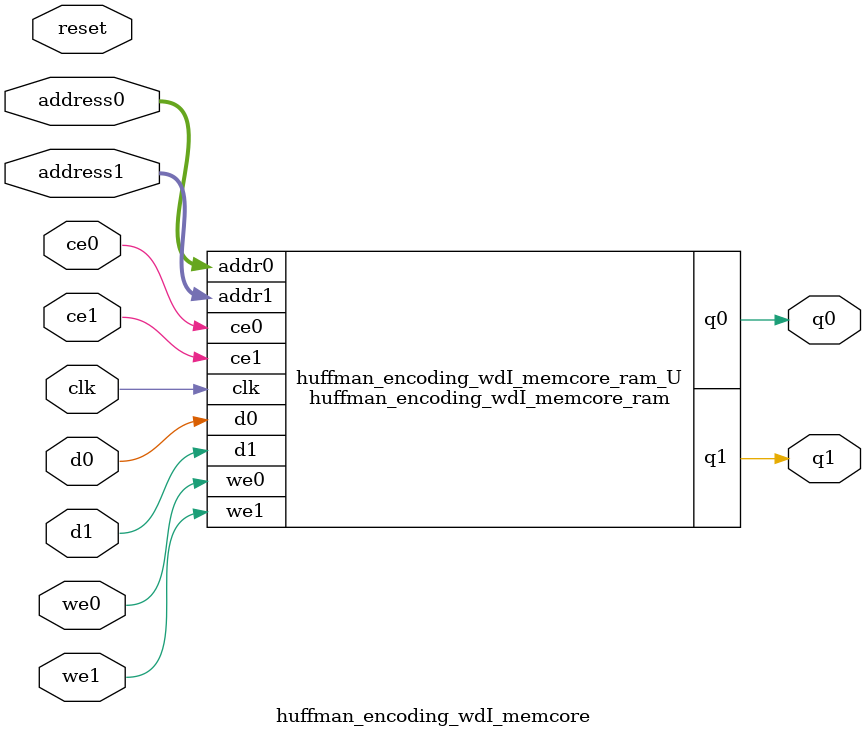
<source format=v>
`timescale 1 ns / 1 ps
module huffman_encoding_wdI_memcore_ram (addr0, ce0, d0, we0, q0, addr1, ce1, d1, we1, q1,  clk);

parameter DWIDTH = 1;
parameter AWIDTH = 9;
parameter MEM_SIZE = 512;

input[AWIDTH-1:0] addr0;
input ce0;
input[DWIDTH-1:0] d0;
input we0;
output reg[DWIDTH-1:0] q0;
input[AWIDTH-1:0] addr1;
input ce1;
input[DWIDTH-1:0] d1;
input we1;
output reg[DWIDTH-1:0] q1;
input clk;

(* ram_style = "distributed" *)reg [DWIDTH-1:0] ram[0:MEM_SIZE-1];




always @(posedge clk)  
begin 
    if (ce0) begin
        if (we0) 
            ram[addr0] <= d0; 
        q0 <= ram[addr0];
    end
end


always @(posedge clk)  
begin 
    if (ce1) begin
        if (we1) 
            ram[addr1] <= d1; 
        q1 <= ram[addr1];
    end
end


endmodule

`timescale 1 ns / 1 ps
module huffman_encoding_wdI_memcore(
    reset,
    clk,
    address0,
    ce0,
    we0,
    d0,
    q0,
    address1,
    ce1,
    we1,
    d1,
    q1);

parameter DataWidth = 32'd1;
parameter AddressRange = 32'd512;
parameter AddressWidth = 32'd9;
input reset;
input clk;
input[AddressWidth - 1:0] address0;
input ce0;
input we0;
input[DataWidth - 1:0] d0;
output[DataWidth - 1:0] q0;
input[AddressWidth - 1:0] address1;
input ce1;
input we1;
input[DataWidth - 1:0] d1;
output[DataWidth - 1:0] q1;



huffman_encoding_wdI_memcore_ram huffman_encoding_wdI_memcore_ram_U(
    .clk( clk ),
    .addr0( address0 ),
    .ce0( ce0 ),
    .we0( we0 ),
    .d0( d0 ),
    .q0( q0 ),
    .addr1( address1 ),
    .ce1( ce1 ),
    .we1( we1 ),
    .d1( d1 ),
    .q1( q1 ));

endmodule


</source>
